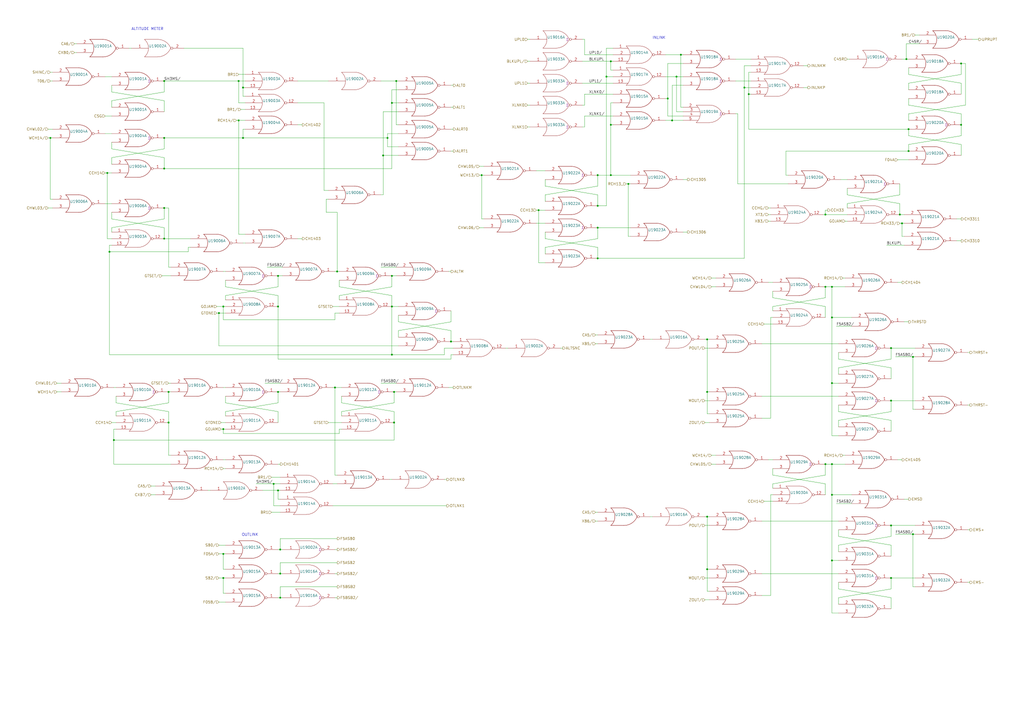
<source format=kicad_sch>
(kicad_sch (version 20211123) (generator eeschema)
  (paper "A2")
  (junction (at 227.33 205.74))
  (junction (at 162.56 332.74))
  (junction (at 392.43 44.45))
  (junction (at 521.97 124.46))
  (junction (at 527.05 74.93))
  (junction (at 482.6 184.15))
  (junction (at 516.89 335.28))
  (junction (at 516.89 232.41))
  (junction (at 478.79 166.37))
  (junction (at 279.4 101.6))
  (junction (at 62.23 100.33))
  (junction (at 161.29 284.48))
  (junction (at 354.33 72.39))
  (junction (at 129.54 177.8))
  (junction (at 478.79 124.46))
  (junction (at 354.33 101.6))
  (junction (at 227.33 177.8))
  (junction (at 140.97 80.01))
  (junction (at 95.25 120.65))
  (junction (at 478.79 269.24))
  (junction (at 138.43 46.99))
  (junction (at 431.8 50.8))
  (junction (at 228.6 227.33))
  (junction (at 66.04 255.27))
  (junction (at 129.54 321.31))
  (junction (at 523.24 129.54))
  (junction (at 224.79 80.01))
  (junction (at 161.29 177.8))
  (junction (at 346.71 101.6))
  (junction (at 161.29 160.02))
  (junction (at 227.33 160.02))
  (junction (at 516.89 201.93))
  (junction (at 557.53 36.83))
  (junction (at 516.89 304.8))
  (junction (at 410.21 227.33))
  (junction (at 354.33 35.56))
  (junction (at 97.79 245.11))
  (junction (at 228.6 245.11))
  (junction (at 97.79 227.33))
  (junction (at 161.29 227.33))
  (junction (at 194.31 224.79))
  (junction (at 529.59 207.01))
  (junction (at 410.21 330.2))
  (junction (at 95.25 80.01))
  (junction (at 129.54 248.92))
  (junction (at 222.25 90.17))
  (junction (at 351.79 44.45))
  (junction (at 482.6 269.24))
  (junction (at 346.71 149.86))
  (junction (at 158.75 280.67))
  (junction (at 140.97 50.8))
  (junction (at 261.62 198.12))
  (junction (at 346.71 119.38))
  (junction (at 95.25 97.79))
  (junction (at 312.42 121.92))
  (junction (at 364.49 106.68))
  (junction (at 529.59 309.88))
  (junction (at 557.53 72.39))
  (junction (at 129.54 335.28))
  (junction (at 394.97 31.75))
  (junction (at 95.25 46.99))
  (junction (at 389.89 69.85))
  (junction (at 229.87 46.99))
  (junction (at 29.21 80.01))
  (junction (at 434.34 54.61))
  (junction (at 162.56 318.77))
  (junction (at 482.6 325.12))
  (junction (at 138.43 69.85))
  (junction (at 525.78 34.29))
  (junction (at 127 181.61))
  (junction (at 162.56 346.71))
  (junction (at 63.5 146.05))
  (junction (at 195.58 157.48))
  (junction (at 95.25 138.43))
  (junction (at 482.6 166.37))
  (junction (at 346.71 132.08))
  (junction (at 227.33 59.69))
  (junction (at 482.6 287.02))
  (junction (at 410.21 196.85))
  (junction (at 482.6 222.25))
  (junction (at 410.21 299.72))
  (junction (at 527.05 87.63))
  (junction (at 387.35 57.15))
  (wire (pts (xy 261.62 208.28) (xy 161.29 208.28)))
  (wire (pts (xy 228.6 233.68) (xy 198.12 238.76)))
  (wire (pts (xy 387.35 57.15) (xy 387.35 67.31)))
  (wire (pts (xy 224.79 80.01) (xy 224.79 85.09)))
  (wire (pts (xy 441.96 229.87) (xy 486.41 229.87)))
  (wire (pts (xy 194.31 224.79) (xy 194.31 275.59)))
  (wire (pts (xy 415.29 166.37) (xy 412.75 166.37)))
  (wire (pts (xy 445.77 120.65) (xy 447.04 120.65)))
  (wire (pts (xy 138.43 69.85) (xy 142.24 69.85)))
  (wire (pts (xy 130.81 166.37) (xy 130.81 162.56)))
  (wire (pts (xy 339.09 60.96) (xy 339.09 54.61)))
  (wire (pts (xy 516.89 304.8) (xy 516.89 311.15)))
  (wire (pts (xy 161.29 227.33) (xy 161.29 233.68)))
  (wire (pts (xy 162.56 312.42) (xy 195.58 312.42)))
  (wire (pts (xy 516.89 335.28) (xy 516.89 341.63)))
  (wire (pts (xy 220.98 46.99) (xy 229.87 46.99)))
  (wire (pts (xy 434.34 41.91) (xy 434.34 54.61)))
  (wire (pts (xy 482.6 269.24) (xy 490.22 269.24)))
  (wire (pts (xy 448.31 168.91) (xy 448.31 172.72)))
  (wire (pts (xy 494.03 292.1) (xy 485.14 292.1)))
  (wire (pts (xy 529.59 207.01) (xy 530.86 207.01)))
  (wire (pts (xy 494.03 189.23) (xy 485.14 189.23)))
  (wire (pts (xy 346.71 149.86) (xy 431.8 149.86)))
  (wire (pts (xy 523.24 34.29) (xy 525.78 34.29)))
  (wire (pts (xy 220.98 154.94) (xy 229.87 154.94)))
  (wire (pts (xy 478.79 172.72) (xy 448.31 177.8)))
  (wire (pts (xy 261.62 198.12) (xy 261.62 191.77)))
  (wire (pts (xy 227.33 52.07) (xy 227.33 59.69)))
  (wire (pts (xy 261.62 205.74) (xy 261.62 208.28)))
  (wire (pts (xy 415.29 161.29) (xy 412.75 161.29)))
  (wire (pts (xy 386.08 57.15) (xy 387.35 57.15)))
  (wire (pts (xy 523.24 137.16) (xy 524.51 137.16)))
  (wire (pts (xy 161.29 160.02) (xy 161.29 166.37)))
  (wire (pts (xy 434.34 54.61) (xy 435.61 54.61)))
  (wire (pts (xy 339.09 67.31) (xy 355.6 67.31)))
  (wire (pts (xy 148.59 280.67) (xy 158.75 280.67)))
  (wire (pts (xy 64.77 91.44) (xy 64.77 95.25)))
  (wire (pts (xy 448.31 271.78) (xy 448.31 275.59)))
  (wire (pts (xy 110.49 143.51) (xy 109.22 143.51)))
  (wire (pts (xy 311.15 121.92) (xy 312.42 121.92)))
  (wire (pts (xy 161.29 166.37) (xy 130.81 171.45)))
  (wire (pts (xy 523.24 163.83) (xy 520.7 163.83)))
  (wire (pts (xy 128.27 245.11) (xy 130.81 245.11)))
  (wire (pts (xy 530.86 335.28) (xy 516.89 335.28)))
  (wire (pts (xy 346.71 297.18) (xy 345.44 297.18)))
  (wire (pts (xy 521.97 129.54) (xy 523.24 129.54)))
  (wire (pts (xy 527.05 66.04) (xy 560.07 60.96)))
  (wire (pts (xy 487.68 104.14) (xy 491.49 104.14)))
  (wire (pts (xy 482.6 269.24) (xy 482.6 287.02)))
  (wire (pts (xy 95.25 80.01) (xy 140.97 80.01)))
  (wire (pts (xy 490.22 161.29) (xy 488.95 161.29)))
  (wire (pts (xy 410.21 227.33) (xy 410.21 240.03)))
  (wire (pts (xy 486.41 208.28) (xy 516.89 213.36)))
  (wire (pts (xy 222.25 113.03) (xy 220.98 113.03)))
  (wire (pts (xy 228.6 245.11) (xy 228.6 255.27)))
  (wire (pts (xy 529.59 309.88) (xy 529.59 340.36)))
  (wire (pts (xy 482.6 355.6) (xy 486.41 355.6)))
  (wire (pts (xy 227.33 171.45) (xy 196.85 166.37)))
  (wire (pts (xy 516.89 304.8) (xy 530.86 304.8)))
  (wire (pts (xy 129.54 177.8) (xy 130.81 177.8)))
  (wire (pts (xy 129.54 266.7) (xy 130.81 266.7)))
  (wire (pts (xy 194.31 346.71) (xy 195.58 346.71)))
  (wire (pts (xy 128.27 248.92) (xy 129.54 248.92)))
  (wire (pts (xy 527.05 74.93) (xy 527.05 78.74)))
  (wire (pts (xy 410.21 342.9) (xy 411.48 342.9)))
  (wire (pts (xy 62.23 138.43) (xy 64.77 138.43)))
  (wire (pts (xy 97.79 120.65) (xy 97.79 154.94)))
  (wire (pts (xy 394.97 62.23) (xy 396.24 62.23)))
  (wire (pts (xy 410.21 227.33) (xy 411.48 227.33)))
  (wire (pts (xy 231.14 59.69) (xy 227.33 59.69)))
  (wire (pts (xy 162.56 340.36) (xy 195.58 340.36)))
  (wire (pts (xy 95.25 80.01) (xy 95.25 86.36)))
  (wire (pts (xy 261.62 180.34) (xy 261.62 186.69)))
  (wire (pts (xy 567.69 22.86) (xy 563.88 22.86)))
  (wire (pts (xy 190.5 110.49) (xy 187.96 110.49)))
  (wire (pts (xy 389.89 69.85) (xy 396.24 69.85)))
  (wire (pts (xy 519.43 309.88) (xy 529.59 309.88)))
  (wire (pts (xy 97.79 227.33) (xy 99.06 227.33)))
  (wire (pts (xy 63.5 142.24) (xy 64.77 142.24)))
  (wire (pts (xy 486.41 307.34) (xy 486.41 311.15)))
  (wire (pts (xy 491.49 109.22) (xy 491.49 113.03)))
  (wire (pts (xy 486.41 204.47) (xy 486.41 208.28)))
  (wire (pts (xy 228.6 238.76) (xy 198.12 233.68)))
  (wire (pts (xy 527.05 69.85) (xy 527.05 66.04)))
  (wire (pts (xy 278.13 132.08) (xy 280.67 132.08)))
  (wire (pts (xy 87.63 287.02) (xy 90.17 287.02)))
  (wire (pts (xy 161.29 289.56) (xy 162.56 289.56)))
  (wire (pts (xy 516.89 316.23) (xy 516.89 322.58)))
  (wire (pts (xy 196.85 251.46) (xy 196.85 248.92)))
  (wire (pts (xy 63.5 205.74) (xy 227.33 205.74)))
  (wire (pts (xy 187.96 59.69) (xy 172.72 59.69)))
  (wire (pts (xy 354.33 59.69) (xy 354.33 72.39)))
  (wire (pts (xy 386.08 69.85) (xy 389.89 69.85)))
  (wire (pts (xy 158.75 293.37) (xy 162.56 293.37)))
  (wire (pts (xy 64.77 127) (xy 64.77 123.19)))
  (wire (pts (xy 63.5 146.05) (xy 63.5 205.74)))
  (wire (pts (xy 410.21 240.03) (xy 411.48 240.03)))
  (wire (pts (xy 562.61 204.47) (xy 561.34 204.47)))
  (wire (pts (xy 490.22 128.27) (xy 491.49 128.27)))
  (wire (pts (xy 228.6 227.33) (xy 228.6 233.68)))
  (wire (pts (xy 138.43 43.18) (xy 142.24 43.18)))
  (wire (pts (xy 161.29 238.76) (xy 130.81 233.68)))
  (wire (pts (xy 157.48 297.18) (xy 162.56 297.18)))
  (wire (pts (xy 67.31 233.68) (xy 67.31 229.87)))
  (wire (pts (xy 33.02 222.25) (xy 35.56 222.25)))
  (wire (pts (xy 224.79 77.47) (xy 231.14 77.47)))
  (wire (pts (xy 346.71 132.08) (xy 365.76 132.08)))
  (wire (pts (xy 346.71 138.43) (xy 316.23 143.51)))
  (wire (pts (xy 346.71 132.08) (xy 346.71 138.43)))
  (wire (pts (xy 482.6 287.02) (xy 482.6 325.12)))
  (wire (pts (xy 222.25 90.17) (xy 231.14 90.17)))
  (wire (pts (xy 138.43 46.99) (xy 138.43 59.69)))
  (wire (pts (xy 396.24 134.62) (xy 398.78 134.62)))
  (wire (pts (xy 95.25 91.44) (xy 64.77 86.36)))
  (wire (pts (xy 389.89 49.53) (xy 389.89 69.85)))
  (wire (pts (xy 293.37 201.93) (xy 294.64 201.93)))
  (wire (pts (xy 262.89 205.74) (xy 261.62 205.74)))
  (wire (pts (xy 516.89 208.28) (xy 486.41 213.36)))
  (wire (pts (xy 354.33 35.56) (xy 354.33 40.64)))
  (wire (pts (xy 228.6 238.76) (xy 228.6 245.11)))
  (wire (pts (xy 396.24 104.14) (xy 398.78 104.14)))
  (wire (pts (xy 158.75 280.67) (xy 158.75 293.37)))
  (wire (pts (xy 138.43 69.85) (xy 138.43 135.89)))
  (wire (pts (xy 140.97 50.8) (xy 142.24 50.8)))
  (wire (pts (xy 441.96 242.57) (xy 447.04 242.57)))
  (wire (pts (xy 129.54 335.28) (xy 129.54 344.17)))
  (wire (pts (xy 194.31 157.48) (xy 195.58 157.48)))
  (wire (pts (xy 106.68 27.94) (xy 140.97 27.94)))
  (wire (pts (xy 529.59 340.36) (xy 530.86 340.36)))
  (wire (pts (xy 29.21 80.01) (xy 30.48 80.01)))
  (wire (pts (xy 387.35 36.83) (xy 396.24 36.83)))
  (wire (pts (xy 311.15 99.06) (xy 316.23 99.06)))
  (wire (pts (xy 129.54 248.92) (xy 130.81 248.92)))
  (wire (pts (xy 127 321.31) (xy 129.54 321.31)))
  (wire (pts (xy 410.21 330.2) (xy 411.48 330.2)))
  (wire (pts (xy 62.23 100.33) (xy 62.23 138.43)))
  (wire (pts (xy 339.09 67.31) (xy 339.09 73.66)))
  (wire (pts (xy 516.89 311.15) (xy 486.41 316.23)))
  (wire (pts (xy 477.52 124.46) (xy 478.79 124.46)))
  (wire (pts (xy 478.79 121.92) (xy 480.06 121.92)))
  (wire (pts (xy 408.94 304.8) (xy 411.48 304.8)))
  (wire (pts (xy 261.62 191.77) (xy 231.14 186.69)))
  (wire (pts (xy 137.16 69.85) (xy 138.43 69.85)))
  (wire (pts (xy 478.79 177.8) (xy 478.79 184.15)))
  (wire (pts (xy 491.49 118.11) (xy 491.49 120.65)))
  (wire (pts (xy 482.6 222.25) (xy 482.6 252.73)))
  (wire (pts (xy 346.71 113.03) (xy 346.71 119.38)))
  (wire (pts (xy 260.35 224.79) (xy 262.89 224.79)))
  (wire (pts (xy 486.41 341.63) (xy 516.89 346.71)))
  (wire (pts (xy 95.25 64.77) (xy 95.25 58.42)))
  (wire (pts (xy 346.71 143.51) (xy 346.71 149.86)))
  (wire (pts (xy 139.7 63.5) (xy 142.24 63.5)))
  (wire (pts (xy 140.97 55.88) (xy 142.24 55.88)))
  (wire (pts (xy 306.07 35.56) (xy 307.34 35.56)))
  (wire (pts (xy 227.33 166.37) (xy 196.85 171.45)))
  (wire (pts (xy 410.21 196.85) (xy 410.21 227.33)))
  (wire (pts (xy 306.07 48.26) (xy 307.34 48.26)))
  (wire (pts (xy 346.71 107.95) (xy 316.23 113.03)))
  (wire (pts (xy 516.89 238.76) (xy 486.41 243.84)))
  (wire (pts (xy 482.6 252.73) (xy 486.41 252.73)))
  (wire (pts (xy 162.56 318.77) (xy 162.56 312.42)))
  (wire (pts (xy 161.29 160.02) (xy 163.83 160.02)))
  (wire (pts (xy 447.04 242.57) (xy 447.04 184.15)))
  (wire (pts (xy 129.54 271.78) (xy 130.81 271.78)))
  (wire (pts (xy 227.33 177.8) (xy 231.14 177.8)))
  (wire (pts (xy 278.13 101.6) (xy 279.4 101.6)))
  (wire (pts (xy 527.05 186.69) (xy 524.51 186.69)))
  (wire (pts (xy 337.82 22.86) (xy 339.09 22.86)))
  (wire (pts (xy 441.96 302.26) (xy 486.41 302.26)))
  (wire (pts (xy 523.24 266.7) (xy 520.7 266.7)))
  (wire (pts (xy 529.59 309.88) (xy 530.86 309.88)))
  (wire (pts (xy 431.8 50.8) (xy 431.8 38.1)))
  (wire (pts (xy 43.18 30.48) (xy 44.45 30.48)))
  (wire (pts (xy 198.12 233.68) (xy 198.12 229.87)))
  (wire (pts (xy 196.85 248.92) (xy 198.12 248.92)))
  (wire (pts (xy 557.53 54.61) (xy 557.53 48.26)))
  (wire (pts (xy 316.23 134.62) (xy 316.23 138.43)))
  (wire (pts (xy 354.33 72.39) (xy 355.6 72.39)))
  (wire (pts (xy 445.77 124.46) (xy 447.04 124.46)))
  (wire (pts (xy 364.49 106.68) (xy 364.49 137.16)))
  (wire (pts (xy 445.77 163.83) (xy 448.31 163.83)))
  (wire (pts (xy 306.07 22.86) (xy 307.34 22.86)))
  (wire (pts (xy 482.6 166.37) (xy 482.6 184.15)))
  (wire (pts (xy 129.54 224.79) (xy 130.81 224.79)))
  (wire (pts (xy 557.53 66.04) (xy 527.05 60.96)))
  (wire (pts (xy 67.31 238.76) (xy 67.31 241.3)))
  (wire (pts (xy 129.54 321.31) (xy 129.54 330.2)))
  (wire (pts (xy 194.31 224.79) (xy 198.12 224.79)))
  (wire (pts (xy 431.8 38.1) (xy 435.61 38.1)))
  (wire (pts (xy 527.05 87.63) (xy 455.93 87.63)))
  (wire (pts (xy 60.96 100.33) (xy 62.23 100.33)))
  (wire (pts (xy 527.05 60.96) (xy 527.05 57.15)))
  (wire (pts (xy 521.97 106.68) (xy 521.97 113.03)))
  (wire (pts (xy 408.94 232.41) (xy 411.48 232.41)))
  (wire (pts (xy 486.41 311.15) (xy 516.89 316.23)))
  (wire (pts (xy 162.56 346.71) (xy 162.56 340.36)))
  (wire (pts (xy 339.09 22.86) (xy 339.09 31.75)))
  (wire (pts (xy 529.59 237.49) (xy 530.86 237.49)))
  (wire (pts (xy 227.33 177.8) (xy 227.33 205.74)))
  (wire (pts (xy 279.4 127) (xy 280.67 127)))
  (wire (pts (xy 138.43 59.69) (xy 142.24 59.69)))
  (wire (pts (xy 447.04 287.02) (xy 448.31 287.02)))
  (wire (pts (xy 175.26 72.39) (xy 172.72 72.39)))
  (wire (pts (xy 262.89 62.23) (xy 261.62 62.23)))
  (wire (pts (xy 95.25 132.08) (xy 64.77 127)))
  (wire (pts (xy 157.48 276.86) (xy 162.56 276.86)))
  (wire (pts (xy 311.15 129.54) (xy 316.23 129.54)))
  (wire (pts (xy 87.63 281.94) (xy 90.17 281.94)))
  (wire (pts (xy 486.41 346.71) (xy 486.41 350.52)))
  (wire (pts (xy 410.21 196.85) (xy 411.48 196.85)))
  (wire (pts (xy 140.97 27.94) (xy 140.97 50.8)))
  (wire (pts (xy 95.25 58.42) (xy 64.77 53.34)))
  (wire (pts (xy 64.77 132.08) (xy 64.77 134.62)))
  (wire (pts (xy 29.21 80.01) (xy 29.21 115.57)))
  (wire (pts (xy 326.39 201.93) (xy 325.12 201.93)))
  (wire (pts (xy 434.34 74.93) (xy 527.05 74.93)))
  (wire (pts (xy 527.05 83.82) (xy 527.05 87.63)))
  (wire (pts (xy 63.5 142.24) (xy 63.5 146.05)))
  (wire (pts (xy 521.97 118.11) (xy 521.97 124.46)))
  (wire (pts (xy 494.03 184.15) (xy 482.6 184.15)))
  (wire (pts (xy 193.04 224.79) (xy 194.31 224.79)))
  (wire (pts (xy 482.6 222.25) (xy 486.41 222.25)))
  (wire (pts (xy 222.25 64.77) (xy 222.25 90.17)))
  (wire (pts (xy 312.42 152.4) (xy 316.23 152.4)))
  (wire (pts (xy 346.71 119.38) (xy 351.79 119.38)))
  (wire (pts (xy 490.22 264.16) (xy 488.95 264.16)))
  (wire (pts (xy 60.96 67.31) (xy 64.77 67.31)))
  (wire (pts (xy 29.21 46.99) (xy 30.48 46.99)))
  (wire (pts (xy 130.81 233.68) (xy 130.81 229.87)))
  (wire (pts (xy 491.49 113.03) (xy 521.97 118.11)))
  (wire (pts (xy 530.86 20.32) (xy 533.4 20.32)))
  (wire (pts (xy 455.93 101.6) (xy 457.2 101.6)))
  (wire (pts (xy 557.53 66.04) (xy 557.53 72.39)))
  (wire (pts (xy 387.35 36.83) (xy 387.35 57.15)))
  (wire (pts (xy 224.79 77.47) (xy 224.79 80.01)))
  (wire (pts (xy 363.22 106.68) (xy 364.49 106.68)))
  (wire (pts (xy 445.77 128.27) (xy 447.04 128.27)))
  (wire (pts (xy 195.58 123.19) (xy 189.23 123.19)))
  (wire (pts (xy 161.29 227.33) (xy 162.56 227.33)))
  (wire (pts (xy 228.6 255.27) (xy 66.04 255.27)))
  (wire (pts (xy 261.62 157.48) (xy 260.35 157.48)))
  (wire (pts (xy 262.89 74.93) (xy 261.62 74.93)))
  (wire (pts (xy 448.31 187.96) (xy 443.23 187.96)))
  (wire (pts (xy 441.96 345.44) (xy 447.04 345.44)))
  (wire (pts (xy 441.96 199.39) (xy 486.41 199.39)))
  (wire (pts (xy 408.94 299.72) (xy 410.21 299.72)))
  (wire (pts (xy 129.54 251.46) (xy 196.85 251.46)))
  (wire (pts (xy 516.89 201.93) (xy 530.86 201.93)))
  (wire (pts (xy 161.29 332.74) (xy 162.56 332.74)))
  (wire (pts (xy 521.97 113.03) (xy 491.49 118.11)))
  (wire (pts (xy 377.19 299.72) (xy 378.46 299.72)))
  (wire (pts (xy 175.26 138.43) (xy 172.72 138.43)))
  (wire (pts (xy 194.31 181.61) (xy 196.85 181.61)))
  (wire (pts (xy 346.71 302.26) (xy 345.44 302.26)))
  (wire (pts (xy 447.04 184.15) (xy 448.31 184.15)))
  (wire (pts (xy 392.43 44.45) (xy 396.24 44.45)))
  (wire (pts (xy 448.31 290.83) (xy 443.23 290.83)))
  (wire (pts (xy 562.61 234.95) (xy 561.34 234.95)))
  (wire (pts (xy 396.24 49.53) (xy 389.89 49.53)))
  (wire (pts (xy 364.49 106.68) (xy 365.76 106.68)))
  (wire (pts (xy 224.79 85.09) (xy 231.14 85.09)))
  (wire (pts (xy 521.97 124.46) (xy 524.51 124.46)))
  (wire (pts (xy 516.89 213.36) (xy 516.89 219.71)))
  (wire (pts (xy 129.54 157.48) (xy 130.81 157.48)))
  (wire (pts (xy 190.5 245.11) (xy 198.12 245.11)))
  (wire (pts (xy 162.56 326.39) (xy 195.58 326.39)))
  (wire (pts (xy 408.94 196.85) (xy 410.21 196.85)))
  (wire (pts (xy 516.89 232.41) (xy 516.89 238.76)))
  (wire (pts (xy 227.33 205.74) (xy 257.81 205.74)))
  (wire (pts (xy 129.54 344.17) (xy 130.81 344.17)))
  (wire (pts (xy 162.56 346.71) (xy 163.83 346.71)))
  (wire (pts (xy 95.25 46.99) (xy 95.25 53.34)))
  (wire (pts (xy 394.97 31.75) (xy 394.97 62.23)))
  (wire (pts (xy 138.43 46.99) (xy 142.24 46.99)))
  (wire (pts (xy 161.29 233.68) (xy 130.81 238.76)))
  (wire (pts (xy 27.94 74.93) (xy 30.48 74.93)))
  (wire (pts (xy 262.89 87.63) (xy 261.62 87.63)))
  (wire (pts (xy 129.54 177.8) (xy 129.54 185.42)))
  (wire (pts (xy 97.79 238.76) (xy 97.79 245.11)))
  (wire (pts (xy 129.54 330.2) (xy 130.81 330.2)))
  (wire (pts (xy 557.53 36.83) (xy 557.53 43.18)))
  (wire (pts (xy 312.42 121.92) (xy 312.42 152.4)))
  (wire (pts (xy 95.25 120.65) (xy 97.79 120.65)))
  (wire (pts (xy 152.4 284.48) (xy 161.29 284.48)))
  (wire (pts (xy 426.72 66.04) (xy 427.99 66.04)))
  (wire (pts (xy 227.33 59.69) (xy 227.33 97.79)))
  (wire (pts (xy 129.54 185.42) (xy 194.31 185.42)))
  (wire (pts (xy 172.72 46.99) (xy 190.5 46.99)))
  (wire (pts (xy 306.07 73.66) (xy 307.34 73.66)))
  (wire (pts (xy 346.71 199.39) (xy 345.44 199.39)))
  (wire (pts (xy 478.79 124.46) (xy 478.79 121.92)))
  (wire (pts (xy 187.96 110.49) (xy 187.96 59.69)))
  (wire (pts (xy 95.25 120.65) (xy 95.25 127)))
  (wire (pts (xy 97.79 245.11) (xy 97.79 264.16)))
  (wire (pts (xy 415.29 269.24) (xy 412.75 269.24)))
  (wire (pts (xy 392.43 64.77) (xy 396.24 64.77)))
  (wire (pts (xy 227.33 171.45) (xy 227.33 177.8)))
  (wire (pts (xy 231.14 186.69) (xy 231.14 182.88)))
  (wire (pts (xy 140.97 80.01) (xy 224.79 80.01)))
  (wire (pts (xy 95.25 138.43) (xy 110.49 138.43)))
  (wire (pts (xy 448.31 275.59) (xy 478.79 280.67)))
  (wire (pts (xy 392.43 44.45) (xy 392.43 64.77)))
  (wire (pts (xy 387.35 67.31) (xy 396.24 67.31)))
  (wire (pts (xy 312.42 121.92) (xy 316.23 121.92)))
  (wire (pts (xy 153.67 222.25) (xy 162.56 222.25)))
  (wire (pts (xy 161.29 171.45) (xy 130.81 166.37)))
  (wire (pts (xy 60.96 77.47) (xy 64.77 77.47)))
  (wire (pts (xy 142.24 74.93) (xy 140.97 74.93)))
  (wire (pts (xy 486.41 243.84) (xy 486.41 247.65)))
  (wire (pts (xy 279.4 101.6) (xy 280.67 101.6)))
  (wire (pts (xy 557.53 78.74) (xy 527.05 83.82)))
  (wire (pts (xy 562.61 337.82) (xy 561.34 337.82)))
  (wire (pts (xy 306.07 60.96) (xy 307.34 60.96)))
  (wire (pts (xy 129.54 248.92) (xy 129.54 251.46)))
  (wire (pts (xy 162.56 332.74) (xy 162.56 326.39)))
  (wire (pts (xy 527.05 48.26) (xy 527.05 52.07)))
  (wire (pts (xy 525.78 34.29) (xy 525.78 25.4)))
  (wire (pts (xy 27.94 80.01) (xy 29.21 80.01)))
  (wire (pts (xy 557.53 48.26) (xy 527.05 43.18)))
  (wire (pts (xy 519.43 207.01) (xy 529.59 207.01)))
  (wire (pts (xy 220.98 222.25) (xy 229.87 222.25)))
  (wire (pts (xy 33.02 227.33) (xy 35.56 227.33)))
  (wire (pts (xy 355.6 27.94) (xy 351.79 27.94)))
  (wire (pts (xy 316.23 104.14) (xy 316.23 107.95)))
  (wire (pts (xy 431.8 149.86) (xy 431.8 50.8)))
  (wire (pts (xy 97.79 227.33) (xy 97.79 233.68)))
  (wire (pts (xy 228.6 227.33) (xy 229.87 227.33)))
  (wire (pts (xy 482.6 184.15) (xy 482.6 222.25)))
  (wire (pts (xy 127 316.23) (xy 130.81 316.23)))
  (wire (pts (xy 346.71 194.31) (xy 345.44 194.31)))
  (wire (pts (xy 129.54 335.28) (xy 130.81 335.28)))
  (wire (pts (xy 66.04 224.79) (xy 67.31 224.79)))
  (wire (pts (xy 231.14 191.77) (xy 231.14 195.58)))
  (wire (pts (xy 161.29 171.45) (xy 161.29 177.8)))
  (wire (pts (xy 127 200.66) (xy 231.14 200.66)))
  (wire (pts (xy 161.29 318.77) (xy 162.56 318.77)))
  (wire (pts (xy 525.78 25.4) (xy 533.4 25.4)))
  (wire (pts (xy 482.6 325.12) (xy 486.41 325.12)))
  (wire (pts (xy 337.82 35.56) (xy 354.33 35.56)))
  (wire (pts (xy 377.19 196.85) (xy 378.46 196.85)))
  (wire (pts (xy 66.04 248.92) (xy 67.31 248.92)))
  (wire (pts (xy 60.96 118.11) (xy 64.77 118.11)))
  (wire (pts (xy 386.08 31.75) (xy 394.97 31.75)))
  (wire (pts (xy 530.86 232.41) (xy 516.89 232.41)))
  (wire (pts (xy 339.09 31.75) (xy 355.6 31.75)))
  (wire (pts (xy 434.34 41.91) (xy 435.61 41.91)))
  (wire (pts (xy 226.06 278.13) (xy 227.33 278.13)))
  (wire (pts (xy 194.31 332.74) (xy 195.58 332.74)))
  (wire (pts (xy 161.29 238.76) (xy 161.29 245.11)))
  (wire (pts (xy 95.25 127) (xy 64.77 132.08)))
  (wire (pts (xy 482.6 325.12) (xy 482.6 355.6)))
  (wire (pts (xy 527.05 43.18) (xy 527.05 39.37)))
  (wire (pts (xy 97.79 233.68) (xy 67.31 238.76)))
  (wire (pts (xy 109.22 143.51) (xy 109.22 146.05)))
  (wire (pts (xy 527.05 78.74) (xy 557.53 83.82)))
  (wire (pts (xy 486.41 213.36) (xy 486.41 217.17)))
  (wire (pts (xy 408.94 347.98) (xy 411.48 347.98)))
  (wire (pts (xy 62.23 100.33) (xy 64.77 100.33)))
  (wire (pts (xy 189.23 123.19) (xy 189.23 115.57)))
  (wire (pts (xy 445.77 266.7) (xy 448.31 266.7)))
  (wire (pts (xy 196.85 171.45) (xy 196.85 173.99)))
  (wire (pts (xy 29.21 41.91) (xy 30.48 41.91)))
  (wire (pts (xy 97.79 238.76) (xy 67.31 233.68)))
  (wire (pts (xy 447.04 345.44) (xy 447.04 287.02)))
  (wire (pts (xy 337.82 48.26) (xy 355.6 48.26)))
  (wire (pts (xy 410.21 330.2) (xy 410.21 342.9)))
  (wire (pts (xy 127 181.61) (xy 127 200.66)))
  (wire (pts (xy 478.79 269.24) (xy 482.6 269.24)))
  (wire (pts (xy 486.41 337.82) (xy 486.41 341.63)))
  (wire (pts (xy 130.81 238.76) (xy 130.81 241.3)))
  (wire (pts (xy 162.56 318.77) (xy 163.83 318.77)))
  (wire (pts (xy 194.31 185.42) (xy 194.31 181.61)))
  (wire (pts (xy 486.41 238.76) (xy 516.89 243.84)))
  (wire (pts (xy 66.04 255.27) (xy 66.04 269.24)))
  (wire (pts (xy 516.89 346.71) (xy 516.89 353.06)))
  (wire (pts (xy 516.89 243.84) (xy 516.89 250.19)))
  (wire (pts (xy 478.79 166.37) (xy 478.79 172.72)))
  (wire (pts (xy 227.33 97.79) (xy 95.25 97.79)))
  (wire (pts (xy 355.6 44.45) (xy 351.79 44.45)))
  (wire (pts (xy 478.79 275.59) (xy 448.31 280.67)))
  (wire (pts (xy 557.53 72.39) (xy 557.53 78.74)))
  (wire (pts (xy 125.73 177.8) (xy 129.54 177.8)))
  (wire (pts (xy 316.23 138.43) (xy 346.71 143.51)))
  (wire (pts (xy 455.93 87.63) (xy 455.93 101.6)))
  (wire (pts (xy 408.94 335.28) (xy 411.48 335.28)))
  (wire (pts (xy 435.61 50.8) (xy 431.8 50.8)))
  (wire (pts (xy 478.79 166.37) (xy 482.6 166.37)))
  (wire (pts (xy 140.97 140.97) (xy 142.24 140.97)))
  (wire (pts (xy 351.79 44.45) (xy 351.79 119.38)))
  (wire (pts (xy 410.21 299.72) (xy 410.21 330.2)))
  (wire (pts (xy 161.29 177.8) (xy 161.29 208.28)))
  (wire (pts (xy 364.49 137.16) (xy 365.76 137.16)))
  (wire (pts (xy 227.33 160.02) (xy 227.33 166.37)))
  (wire (pts (xy 441.96 332.74) (xy 486.41 332.74)))
  (wire (pts (xy 482.6 166.37) (xy 490.22 166.37)))
  (wire (pts (xy 354.33 72.39) (xy 354.33 101.6)))
  (wire (pts (xy 494.03 287.02) (xy 482.6 287.02)))
  (wire (pts (xy 95.25 138.43) (xy 95.25 132.08)))
  (wire (pts (xy 448.31 280.67) (xy 448.31 283.21)))
  (wire (pts (xy 346.71 101.6) (xy 346.71 107.95)))
  (wire (pts (xy 466.09 38.1) (xy 468.63 38.1)))
  (wire (pts (xy 162.56 332.74) (xy 163.83 332.74)))
  (wire (pts (xy 426.72 34.29) (xy 435.61 34.29)))
  (wire (pts (xy 560.07 60.96) (xy 560.07 36.83)))
  (wire (pts (xy 415.29 264.16) (xy 412.75 264.16)))
  (wire (pts (xy 259.08 293.37) (xy 193.04 293.37)))
  (wire (pts (xy 140.97 50.8) (xy 140.97 55.88)))
  (wire (pts (xy 261.62 198.12) (xy 262.89 198.12)))
  (wire (pts (xy 198.12 238.76) (xy 198.12 241.3)))
  (wire (pts (xy 127 349.25) (xy 130.81 349.25)))
  (wire (pts (xy 109.22 146.05) (xy 63.5 146.05)))
  (wire (pts (xy 161.29 284.48) (xy 162.56 284.48)))
  (wire (pts (xy 516.89 201.93) (xy 516.89 208.28)))
  (wire (pts (xy 127 181.61) (xy 130.81 181.61)))
  (wire (pts (xy 560.07 36.83) (xy 557.53 36.83)))
  (wire (pts (xy 354.33 101.6) (xy 365.76 101.6)))
  (wire (pts (xy 229.87 72.39) (xy 231.14 72.39)))
  (wire (pts (xy 95.25 86.36) (xy 64.77 91.44)))
  (wire (pts (xy 161.29 269.24) (xy 162.56 269.24)))
  (wire (pts (xy 486.41 316.23) (xy 486.41 320.04)))
  (wire (pts (xy 64.77 86.36) (xy 64.77 82.55)))
  (wire (pts (xy 195.58 157.48) (xy 195.58 123.19)))
  (wire (pts (xy 339.09 73.66) (xy 337.82 73.66)))
  (wire (pts (xy 229.87 46.99) (xy 229.87 72.39)))
  (wire (pts (xy 194.31 275.59) (xy 195.58 275.59)))
  (wire (pts (xy 163.83 154.94) (xy 154.94 154.94)))
  (wire (pts (xy 189.23 115.57) (xy 190.5 115.57)))
  (wire (pts (xy 64.77 58.42) (xy 64.77 62.23)))
  (wire (pts (xy 231.14 64.77) (xy 222.25 64.77)))
  (wire (pts (xy 486.41 234.95) (xy 486.41 238.76)))
  (wire (pts (xy 196.85 166.37) (xy 196.85 162.56)))
  (wire (pts (xy 478.79 269.24) (xy 478.79 275.59)))
  (wire (pts (xy 557.53 127) (xy 554.99 127)))
  (wire (pts (xy 161.29 284.48) (xy 161.29 289.56)))
  (wire (pts (xy 523.24 129.54) (xy 523.24 137.16)))
  (wire (pts (xy 262.89 49.53) (xy 261.62 49.53)))
  (wire (pts (xy 29.21 115.57) (xy 30.48 115.57)))
  (wire (pts (xy 257.81 205.74) (xy 257.81 201.93)))
  (wire (pts (xy 140.97 74.93) (xy 140.97 80.01)))
  (wire (pts (xy 346.71 101.6) (xy 354.33 101.6)))
  (wire (pts (xy 316.23 143.51) (xy 316.23 147.32)))
  (wire (pts (xy 478.79 124.46) (xy 491.49 124.46)))
  (wire (pts (xy 279.4 101.6) (xy 279.4 127)))
  (wire (pts (xy 386.08 44.45) (xy 392.43 44.45)))
  (wire (pts (xy 97.79 264.16) (xy 99.06 264.16)))
  (wire (pts (xy 125.73 181.61) (xy 127 181.61)))
  (wire (pts (xy 97.79 154.94) (xy 99.06 154.94)))
  (wire (pts (xy 60.96 44.45) (xy 64.77 44.45)))
  (wire (pts (xy 466.09 50.8) (xy 468.63 50.8)))
  (wire (pts (xy 130.81 171.45) (xy 130.81 173.99)))
  (wire (pts (xy 394.97 31.75) (xy 396.24 31.75)))
  (wire (pts (xy 339.09 60.96) (xy 337.82 60.96)))
  (wire (pts (xy 129.54 321.31) (xy 130.81 321.31)))
  (wire (pts (xy 161.29 346.71) (xy 162.56 346.71)))
  (wire (pts (xy 27.94 120.65) (xy 30.48 120.65)))
  (wire (pts (xy 127 335.28) (xy 129.54 335.28)))
  (wire (pts (xy 527.05 289.56) (xy 524.51 289.56)))
  (wire (pts (xy 562.61 307.34) (xy 561.34 307.34)))
  (wire (pts (xy 525.78 34.29) (xy 527.05 34.29)))
  (wire (pts (xy 227.33 160.02) (xy 229.87 160.02)))
  (wire (pts (xy 408.94 201.93) (xy 411.48 201.93)))
  (wire (pts (xy 557.53 43.18) (xy 527.05 48.26)))
  (wire (pts (xy 193.04 280.67) (xy 195.58 280.67)))
  (wire (pts (xy 355.6 59.69) (xy 354.33 59.69)))
  (wire (pts (xy 196.85 177.8) (xy 193.04 177.8)))
  (wire (pts (xy 257.81 201.93) (xy 262.89 201.93)))
  (wire (pts (xy 426.72 46.99) (xy 435.61 46.99)))
  (wire (pts (xy 427.99 106.68) (xy 457.2 106.68)))
  (wire (pts (xy 64.77 245.11) (xy 67.31 245.11)))
  (wire (pts (xy 261.62 186.69) (xy 231.14 191.77)))
  (wire (pts (xy 354.33 35.56) (xy 355.6 35.56)))
  (wire (pts (xy 354.33 40.64) (xy 355.6 40.64)))
  (wire (pts (xy 514.35 142.24) (xy 524.51 142.24)))
  (wire (pts (xy 195.58 157.48) (xy 196.85 157.48)))
  (wire (pts (xy 66.04 248.92) (xy 66.04 255.27)))
  (wire (pts (xy 229.87 46.99) (xy 231.14 46.99)))
  (wire (pts (xy 410.21 299.72) (xy 411.48 299.72)))
  (wire (pts (xy 158.75 280.67) (xy 162.56 280.67)))
  (wire (pts (xy 557.53 139.7) (xy 554.99 139.7)))
  (wire (pts (xy 448.31 177.8) (xy 448.31 180.34)))
  (wire (pts (xy 427.99 66.04) (xy 427.99 106.68)))
  (wire (pts (xy 516.89 341.63) (xy 486.41 346.71)))
  (wire (pts (xy 557.53 83.82) (xy 557.53 90.17)))
  (wire (pts (xy 227.33 52.07) (xy 231.14 52.07)))
  (wire (pts (xy 95.25 46.99) (xy 138.43 46.99)))
  (wire (pts (xy 408.94 245.11) (xy 411.48 245.11)))
  (wire (pts (xy 64.77 53.34) (xy 64.77 49.53)))
  (wire (pts (xy 316.23 113.03) (xy 316.23 116.84)))
  (wire (pts (xy 74.93 27.94) (xy 76.2 27.94)))
  (wire (pts (xy 491.49 34.29) (xy 492.76 34.29)))
  (wire (pts (xy 520.7 92.71) (xy 527.05 92.71)))
  (wire (pts (xy 97.79 222.25) (xy 99.06 222.25)))
  (wire (pts (xy 138.43 135.89) (xy 142.24 135.89)))
  (wire (pts (xy 259.08 278.13) (xy 257.81 278.13)))
  (wire (pts (xy 120.65 284.48) (xy 121.92 284.48)))
  (wire (pts (xy 95.25 53.34) (xy 64.77 58.42)))
  (wire (pts (xy 478.79 280.67) (xy 478.79 287.02)))
  (wire (pts (xy 448.31 172.72) (xy 478.79 177.8)))
  (wire (pts (xy 434.34 54.61) (xy 434.34 74.93)))
  (wire (pts (xy 523.24 129.54) (xy 524.51 129.54)))
  (wire (pts (xy 316.23 107.95) (xy 346.71 113.03)))
  (wire (pts (xy 194.31 318.77) (xy 195.58 318.77)))
  (wire (pts (xy 529.59 207.01) (xy 529.59 237.49)))
  (wire (pts (xy 278.13 96.52) (xy 280.67 96.52)))
  (wire (pts (xy 351.79 27.94) (xy 351.79 44.45)))
  (wire (pts (xy 66.04 269.24) (xy 99.06 269.24)))
  (wire (pts (xy 99.06 160.02) (xy 93.98 160.02)))
  (wire (pts (xy 339.09 54.61) (xy 355.6 54.61)))
  (wire (pts (xy 222.25 90.17) (xy 222.25 113.03)))
  (wire (pts (xy 95.25 97.79) (xy 95.25 91.44)))
  (wire (pts (xy 43.18 25.4) (xy 44.45 25.4)))
  (text "INLINK" (at 386.08 22.86 180) (effects (font (size 1.524 1.524)) (justify right bottom)))
  (text "OUTLINK" (at 149.86 311.15 180) (effects (font (size 1.524 1.524)) (justify right bottom)))
  (text "ALTITUDE METER" (at 76.2 17.78 0) (effects (font (size 1.524 1.524)) (justify left bottom)))
  (label "XLNK0/" (at 341.63 54.61 0) (effects (font (size 1.524 1.524))))
  (label "XLNK1/" (at 341.63 67.31 0) (effects (font (size 1.524 1.524))))
  (label "C45R/" (at 527.05 25.4 0) (effects (font (size 1.524 1.524))))
  (label "F5ASB0/" (at 519.43 207.01 0) (effects (font (size 1.524 1.524))))
  (label "F5ASB0/" (at 519.43 309.88 0) (effects (font (size 1.524 1.524))))
  (label "F5ASB0/" (at 220.98 222.25 0) (effects (font (size 1.524 1.524))))
  (label "F5ASB2/" (at 153.67 222.25 0) (effects (font (size 1.524 1.524))))
  (label "BLKUPL" (at 514.35 142.24 0) (effects (font (size 1.524 1.524))))
  (label "UPL0/" (at 341.63 31.75 0) (effects (font (size 1.524 1.524))))
  (label "F5ASB0/" (at 220.98 154.94 0) (effects (font (size 1.524 1.524))))
  (label "SH3MS/" (at 95.25 46.99 0) (effects (font (size 1.524 1.524))))
  (label "UPL1/" (at 341.63 48.26 0) (effects (font (size 1.524 1.524))))
  (label "F5ASB2/" (at 154.94 154.94 0) (effects (font (size 1.524 1.524))))
  (label "F5ASB2/" (at 485.14 189.23 0) (effects (font (size 1.524 1.524))))
  (label "BLKUPL" (at 341.63 35.56 0) (effects (font (size 1.524 1.524))))
  (label "F5ASB2/" (at 485.14 292.1 0) (effects (font (size 1.524 1.524))))
  (label "SH3MS/" (at 148.59 280.67 0) (effects (font (size 1.524 1.524))))
  (hierarchical_label "OTLNK1" (shape output) (at 259.08 293.37 0) (effects (font (size 1.524 1.524))))
  (hierarchical_label "F5ASB0/" (shape output) (at 195.58 318.77 0) (effects (font (size 1.524 1.524))))
  (hierarchical_label "CHWL02/" (shape input) (at 27.94 74.93 180) (effects (font (size 1.524 1.524))))
  (hierarchical_label "CHWL06/" (shape input) (at 278.13 132.08 180) (effects (font (size 1.524 1.524))))
  (hierarchical_label "MOUT/" (shape input) (at 408.94 232.41 180) (effects (font (size 1.524 1.524))))
  (hierarchical_label "WCH14/" (shape input) (at 412.75 161.29 180) (effects (font (size 1.524 1.524))))
  (hierarchical_label "CA5/" (shape input) (at 87.63 281.94 180) (effects (font (size 1.524 1.524))))
  (hierarchical_label "ALRT1" (shape output) (at 262.89 87.63 0) (effects (font (size 1.524 1.524))))
  (hierarchical_label "RCH14/" (shape input) (at 488.95 264.16 180) (effects (font (size 1.524 1.524))))
  (hierarchical_label "ALTSNC" (shape output) (at 326.39 201.93 0) (effects (font (size 1.524 1.524))))
  (hierarchical_label "XLNK1" (shape input) (at 306.07 73.66 180) (effects (font (size 1.524 1.524))))
  (hierarchical_label "CXB7/" (shape input) (at 87.63 287.02 180) (effects (font (size 1.524 1.524))))
  (hierarchical_label "F5BSB2/" (shape output) (at 195.58 346.71 0) (effects (font (size 1.524 1.524))))
  (hierarchical_label "CXB0/" (shape input) (at 43.18 30.48 180) (effects (font (size 1.524 1.524))))
  (hierarchical_label "XT3/" (shape input) (at 445.77 124.46 180) (effects (font (size 1.524 1.524))))
  (hierarchical_label "F5ASB2/" (shape output) (at 195.58 332.74 0) (effects (font (size 1.524 1.524))))
  (hierarchical_label "CCH14" (shape input) (at 443.23 187.96 180) (effects (font (size 1.524 1.524))))
  (hierarchical_label "CHWL05/" (shape input) (at 278.13 96.52 180) (effects (font (size 1.524 1.524))))
  (hierarchical_label "RCH33/" (shape input) (at 521.97 129.54 180) (effects (font (size 1.524 1.524))))
  (hierarchical_label "ALRT0" (shape output) (at 262.89 74.93 0) (effects (font (size 1.524 1.524))))
  (hierarchical_label "CCH14" (shape input) (at 443.23 290.83 180) (effects (font (size 1.524 1.524))))
  (hierarchical_label "CHWL04/" (shape input) (at 412.75 166.37 180) (effects (font (size 1.524 1.524))))
  (hierarchical_label "CHWL05/" (shape input) (at 412.75 269.24 180) (effects (font (size 1.524 1.524))))
  (hierarchical_label "GOJAM" (shape input) (at 128.27 248.92 180) (effects (font (size 1.524 1.524))))
  (hierarchical_label "CCH33" (shape output) (at 480.06 121.92 0) (effects (font (size 1.524 1.524))))
  (hierarchical_label "UPRUPT" (shape output) (at 567.69 22.86 0) (effects (font (size 1.524 1.524))))
  (hierarchical_label "CH1403" (shape output) (at 175.26 138.43 0) (effects (font (size 1.524 1.524))))
  (hierarchical_label "BLKUPL/" (shape input) (at 306.07 35.56 180) (effects (font (size 1.524 1.524))))
  (hierarchical_label "POUT/" (shape input) (at 408.94 304.8 180) (effects (font (size 1.524 1.524))))
  (hierarchical_label "CHWL01/" (shape input) (at 33.02 222.25 180) (effects (font (size 1.524 1.524))))
  (hierarchical_label "F5BSB2" (shape output) (at 195.58 340.36 0) (effects (font (size 1.524 1.524))))
  (hierarchical_label "WCH14/" (shape input) (at 412.75 264.16 180) (effects (font (size 1.524 1.524))))
  (hierarchical_label "WCH14/" (shape input) (at 33.02 227.33 180) (effects (font (size 1.524 1.524))))
  (hierarchical_label "CA5/" (shape input) (at 345.44 297.18 180) (effects (font (size 1.524 1.524))))
  (hierarchical_label "CCH14" (shape input) (at 60.96 100.33 180) (effects (font (size 1.524 1.524))))
  (hierarchical_label "GTSET/" (shape input) (at 97.79 222.25 180) (effects (font (size 1.524 1.524))))
  (hierarchical_label "F5ASB2" (shape output) (at 195.58 326.39 0) (effects (font (size 1.524 1.524))))
  (hierarchical_label "CH3310" (shape output) (at 557.53 139.7 0) (effects (font (size 1.524 1.524))))
  (hierarchical_label "F05A/" (shape input) (at 127 321.31 180) (effects (font (size 1.524 1.524))))
  (hierarchical_label "CH3311" (shape output) (at 557.53 127 0) (effects (font (size 1.524 1.524))))
  (hierarchical_label "INLNKP" (shape output) (at 468.63 50.8 0) (effects (font (size 1.524 1.524))))
  (hierarchical_label "RCH13_" (shape input) (at 363.22 106.68 180) (effects (font (size 1.524 1.524))))
  (hierarchical_label "CA5/" (shape input) (at 345.44 194.31 180) (effects (font (size 1.524 1.524))))
  (hierarchical_label "SHINC/" (shape input) (at 29.21 41.91 180) (effects (font (size 1.524 1.524))))
  (hierarchical_label "POUT/" (shape input) (at 408.94 201.93 180) (effects (font (size 1.524 1.524))))
  (hierarchical_label "XB5/" (shape input) (at 345.44 199.39 180) (effects (font (size 1.524 1.524))))
  (hierarchical_label "T06/" (shape input) (at 29.21 46.99 180) (effects (font (size 1.524 1.524))))
  (hierarchical_label "F04A" (shape input) (at 520.7 92.71 180) (effects (font (size 1.524 1.524))))
  (hierarchical_label "XLNK0" (shape input) (at 306.07 60.96 180) (effects (font (size 1.524 1.524))))
  (hierarchical_label "GTONE" (shape input) (at 128.27 245.11 180) (effects (font (size 1.524 1.524))))
  (hierarchical_label "CCHG/" (shape input) (at 445.77 120.65 180) (effects (font (size 1.524 1.524))))
  (hierarchical_label "CH1402" (shape output) (at 175.26 72.39 0) (effects (font (size 1.524 1.524))))
  (hierarchical_label "BR1/" (shape input) (at 530.86 20.32 180) (effects (font (size 1.524 1.524))))
  (hierarchical_label "CH1404" (shape output) (at 523.24 163.83 0) (effects (font (size 1.524 1.524))))
  (hierarchical_label "THRSTD" (shape output) (at 527.05 186.69 0) (effects (font (size 1.524 1.524))))
  (hierarchical_label "EMS+" (shape output) (at 562.61 307.34 0) (effects (font (size 1.524 1.524))))
  (hierarchical_label "CH1401" (shape output) (at 162.56 269.24 0) (effects (font (size 1.524 1.524))))
  (hierarchical_label "OTLNK0" (shape output) (at 259.08 278.13 0) (effects (font (size 1.524 1.524))))
  (hierarchical_label "THRST-" (shape output) (at 562.61 234.95 0) (effects (font (size 1.524 1.524))))
  (hierarchical_label "OTLNKM" (shape output) (at 262.89 224.79 0) (effects (font (size 1.524 1.524))))
  (hierarchical_label "F05B/" (shape input) (at 127 349.25 180) (effects (font (size 1.524 1.524))))
  (hierarchical_label "XB3/" (shape input) (at 445.77 128.27 180) (effects (font (size 1.524 1.524))))
  (hierarchical_label "CHWL03/" (shape input) (at 27.94 120.65 180) (effects (font (size 1.524 1.524))))
  (hierarchical_label "UPL1" (shape input) (at 306.07 48.26 180) (effects (font (size 1.524 1.524))))
  (hierarchical_label "ZOUT/" (shape input) (at 408.94 245.11 180) (effects (font (size 1.524 1.524))))
  (hierarchical_label "CH1306" (shape output) (at 398.78 134.62 0) (effects (font (size 1.524 1.524))))
  (hierarchical_label "EMS-" (shape output) (at 562.61 337.82 0) (effects (font (size 1.524 1.524))))
  (hierarchical_label "BR1/" (shape input) (at 139.7 63.5 180) (effects (font (size 1.524 1.524))))
  (hierarchical_label "RCH14/" (shape input) (at 129.54 271.78 180) (effects (font (size 1.524 1.524))))
  (hierarchical_label "RCH14/" (shape input) (at 137.16 69.85 180) (effects (font (size 1.524 1.524))))
  (hierarchical_label "GOJAM" (shape input) (at 125.73 177.8 180) (effects (font (size 1.524 1.524))))
  (hierarchical_label "RCH14/" (shape input) (at 488.95 161.29 180) (effects (font (size 1.524 1.524))))
  (hierarchical_label "GTONE" (shape input) (at 125.73 181.61 180) (effects (font (size 1.524 1.524))))
  (hierarchical_label "C45R" (shape input) (at 491.49 34.29 180) (effects (font (size 1.524 1.524))))
  (hierarchical_label "GTSET" (shape input) (at 190.5 245.11 180) (effects (font (size 1.524 1.524))))
  (hierarchical_label "GTSET" (shape input) (at 193.04 177.8 180) (effects (font (size 1.524 1.524))))
  (hierarchical_label "CH1305" (shape output) (at 398.78 104.14 0) (effects (font (size 1.524 1.524))))
  (hierarchical_label "ZOUT/" (shape input) (at 408.94 347.98 180) (effects (font (size 1.524 1.524))))
  (hierarchical_label "ALT1" (shape output) (at 262.89 62.23 0) (effects (font (size 1.524 1.524))))
  (hierarchical_label "CCH14" (shape input) (at 64.77 245.11 180) (effects (font (size 1.524 1.524))))
  (hierarchical_label "BR1" (shape input) (at 138.43 43.18 180) (effects (font (size 1.524 1.524))))
  (hierarchical_label "BR1" (shape input) (at 157.48 297.18 180) (effects (font (size 1.524 1.524))))
  (hierarchical_label "GOJAM" (shape input) (at 490.22 128.27 180) (effects (font (size 1.524 1.524))))
  (hierarchical_label "INLNKM" (shape output) (at 468.63 38.1 0) (effects (font (size 1.524 1.524))))
  (hierarchical_label "CSG" (shape input) (at 60.96 67.31 180) (effects (font (size 1.524 1.524))))
  (hierarchical_label "WCH13/" (shape input) (at 278.13 101.6 180) (effects (font (size 1.524 1.524))))
  (hierarchical_label "XB6/" (shape input) (at 345.44 302.26 180) (effects (font (size 1.524 1.524))))
  (hierarchical_label "SB0/" (shape input) (at 127 316.23 180) (effects (font (size 1.524 1.524))))
  (hierarchical_label "GTSET/" (shape input) (at 93.98 160.02 180) (effects (font (size 1.524 1.524))))
  (hierarchical_label "CCH13" (shape input) (at 311.15 121.92 180) (effects (font (size 1.524 1.524))))
  (hierarchical_label "BR1/" (shape input) (at 157.48 276.86 180) (effects (font (size 1.524 1.524))))
  (hierarchical_label "F5ASB0" (shape output) (at 195.58 312.42 0) (effects (font (size 1.524 1.524))))
  (hierarchical_label "WCH14/" (shape input) (at 27.94 80.01 180) (effects (font (size 1.524 1.524))))
  (hierarchical_label "THRST+" (shape output) (at 562.61 204.47 0) (effects (font (size 1.524 1.524))))
  (hierarchical_label "ALT0" (shape output) (at 262.89 49.53 0) (effects (font (size 1.524 1.524))))
  (hierarchical_label "EMSD" (shape output) (at 527.05 289.56 0) (effects (font (size 1.524 1.524))))
  (hierarchical_label "ALTM" (shape output) (at 261.62 157.48 0) (effects (font (size 1.524 1.524))))
  (hierarchical_label "MOUT/" (shape input) (at 408.94 335.28 180) (effects (font (size 1.524 1.524))))
  (hierarchical_label "SB2/" (shape input) (at 127 335.28 180) (effects (font (size 1.524 1.524))))
  (hierarchical_label "CA6/" (shape input) (at 43.18 25.4 180) (effects (font (size 1.524 1.524))))
  (hierarchical_label "UPL0" (shape input) (at 306.07 22.86 180) (effects (font (size 1.524 1.524))))
  (hierarchical_label "CH1405" (shape output) (at 523.24 266.7 0) (effects (font (size 1.524 1.524))))
  (symbol (lib_id "agc_kicad_components:74HC02") (at 59.69 27.94 0)
    (property "Reference" "U19001" (at 59.69 26.67 0) (effects (font (size 1.524 1.524))))
    (property "Value" "74HC02" (effects hide))
  )
  (symbol (lib_id "agc_kicad_components:74HC04") (at 91.44 27.94 0)
    (property "Reference" "U19002" (at 91.44 26.67 0) (effects (font (size 1.524 1.524))))
    (property "Value" "74HC04" (effects hide))
  )
  (symbol (lib_id "agc_kicad_components:74HC02") (at 45.72 44.45 0)
    (property "Reference" "U19001" (at 45.72 43.18 0) (effects (font (size 1.524 1.524))))
    (property "Value" "74HC02" (effects hide))
  )
  (symbol (lib_id "agc_kicad_components:74HC02") (at 80.01 46.99 0)
    (property "Reference" "U19001" (at 80.01 45.72 0) (effects (font (size 1.524 1.524))))
    (property "Value" "74HC02" (effects hide))
    (property "Initial" "1" (at 86.36 46.99 0) (effects (font (size 1.524 1.524) italic)))
  )
  (symbol (lib_id "agc_kicad_components:74HC02") (at 80.01 64.77 0)
    (property "Reference" "U19001" (at 80.01 63.5 0) (effects (font (size 1.524 1.524))))
    (property "Value" "74HC02" (effects hide))
  )
  (symbol (lib_id "agc_kicad_components:74HC27") (at 157.48 46.99 0)
    (property "Reference" "U19003" (at 157.48 45.72 0) (effects (font (size 1.524 1.524))))
    (property "Value" "74HC27" (effects hide))
  )
  (symbol (lib_id "agc_kicad_components:74HC27") (at 157.48 59.69 0)
    (property "Reference" "U19003" (at 157.48 58.42 0) (effects (font (size 1.524 1.524))))
    (property "Value" "74HC27" (effects hide))
  )
  (symbol (lib_id "agc_kicad_components:74HC04") (at 205.74 46.99 0)
    (property "Reference" "U19002" (at 205.74 45.72 0) (effects (font (size 1.524 1.524))))
    (property "Value" "74HC04" (effects hide))
  )
  (symbol (lib_id "agc_kicad_components:74HC02") (at 45.72 77.47 0)
    (property "Reference" "U19004" (at 45.72 76.2 0) (effects (font (size 1.524 1.524))))
    (property "Value" "74HC02" (effects hide))
  )
  (symbol (lib_id "agc_kicad_components:74HC02") (at 80.01 80.01 0)
    (property "Reference" "U19004" (at 80.01 78.74 0) (effects (font (size 1.524 1.524))))
    (property "Value" "74HC02" (effects hide))
    (property "Initial" "1" (at 86.36 80.01 0) (effects (font (size 1.524 1.524) italic)))
  )
  (symbol (lib_id "agc_kicad_components:74HC02") (at 80.01 97.79 0)
    (property "Reference" "U19004" (at 80.01 96.52 0) (effects (font (size 1.524 1.524))))
    (property "Value" "74HC02" (effects hide))
  )
  (symbol (lib_id "agc_kicad_components:74HC02") (at 157.48 72.39 0)
    (property "Reference" "U19004" (at 157.48 71.12 0) (effects (font (size 1.524 1.524))))
    (property "Value" "74HC02" (effects hide))
  )
  (symbol (lib_id "agc_kicad_components:74HC02") (at 246.38 49.53 0)
    (property "Reference" "U19005" (at 246.38 48.26 0) (effects (font (size 1.524 1.524))))
    (property "Value" "74HC02" (effects hide))
  )
  (symbol (lib_id "agc_kicad_components:74HC02") (at 246.38 62.23 0)
    (property "Reference" "U19005" (at 246.38 60.96 0) (effects (font (size 1.524 1.524))))
    (property "Value" "74HC02" (effects hide))
  )
  (symbol (lib_id "agc_kicad_components:74HC02") (at 246.38 74.93 0)
    (property "Reference" "U19005" (at 246.38 73.66 0) (effects (font (size 1.524 1.524))))
    (property "Value" "74HC02" (effects hide))
  )
  (symbol (lib_id "agc_kicad_components:74HC02") (at 246.38 87.63 0)
    (property "Reference" "U19005" (at 246.38 86.36 0) (effects (font (size 1.524 1.524))))
    (property "Value" "74HC02" (effects hide))
  )
  (symbol (lib_id "agc_kicad_components:74HC02") (at 205.74 113.03 0)
    (property "Reference" "U19006" (at 205.74 111.76 0) (effects (font (size 1.524 1.524))))
    (property "Value" "74HC02" (effects hide))
  )
  (symbol (lib_id "agc_kicad_components:74HC02") (at 45.72 118.11 0)
    (property "Reference" "U19006" (at 45.72 116.84 0) (effects (font (size 1.524 1.524))))
    (property "Value" "74HC02" (effects hide))
  )
  (symbol (lib_id "agc_kicad_components:74HC02") (at 80.01 120.65 0)
    (property "Reference" "U19006" (at 80.01 119.38 0) (effects (font (size 1.524 1.524))))
    (property "Value" "74HC02" (effects hide))
    (property "Initial" "1" (at 86.36 120.65 0) (effects (font (size 1.524 1.524) italic)))
  )
  (symbol (lib_id "agc_kicad_components:74HC27") (at 80.01 138.43 0)
    (property "Reference" "U19003" (at 80.01 137.16 0) (effects (font (size 1.524 1.524))))
    (property "Value" "74HC27" (effects hide))
  )
  (symbol (lib_id "agc_kicad_components:74HC02") (at 125.73 140.97 0)
    (property "Reference" "U19006" (at 125.73 139.7 0) (effects (font (size 1.524 1.524))))
    (property "Value" "74HC02" (effects hide))
  )
  (symbol (lib_id "agc_kicad_components:74HC02") (at 157.48 138.43 0)
    (property "Reference" "U19007" (at 157.48 137.16 0) (effects (font (size 1.524 1.524))))
    (property "Value" "74HC02" (effects hide))
  )
  (symbol (lib_id "agc_kicad_components:74HC02") (at 146.05 160.02 0)
    (property "Reference" "U19007" (at 146.05 158.75 0) (effects (font (size 1.524 1.524))))
    (property "Value" "74HC02" (effects hide))
    (property "Initial" "1" (at 152.4 160.02 0) (effects (font (size 1.524 1.524) italic)))
  )
  (symbol (lib_id "agc_kicad_components:74HC27") (at 146.05 177.8 0)
    (property "Reference" "U19008" (at 146.05 176.53 0) (effects (font (size 1.524 1.524))))
    (property "Value" "74HC27" (effects hide))
  )
  (symbol (lib_id "agc_kicad_components:74HC02") (at 114.3 157.48 0)
    (property "Reference" "U19007" (at 114.3 156.21 0) (effects (font (size 1.524 1.524))))
    (property "Value" "74HC02" (effects hide))
  )
  (symbol (lib_id "agc_kicad_components:74HC02") (at 179.07 157.48 0)
    (property "Reference" "U19007" (at 179.07 156.21 0) (effects (font (size 1.524 1.524))))
    (property "Value" "74HC02" (effects hide))
  )
  (symbol (lib_id "agc_kicad_components:74HC02") (at 212.09 160.02 0)
    (property "Reference" "U19009" (at 212.09 158.75 0) (effects (font (size 1.524 1.524))))
    (property "Value" "74HC02" (effects hide))
    (property "Initial" "1" (at 218.44 160.02 0) (effects (font (size 1.524 1.524) italic)))
  )
  (symbol (lib_id "agc_kicad_components:74HC27") (at 212.09 177.8 0)
    (property "Reference" "U19008" (at 212.09 176.53 0) (effects (font (size 1.524 1.524))))
    (property "Value" "74HC27" (effects hide))
  )
  (symbol (lib_id "agc_kicad_components:74HC02") (at 245.11 157.48 0)
    (property "Reference" "U19009" (at 245.11 156.21 0) (effects (font (size 1.524 1.524))))
    (property "Value" "74HC02" (effects hide))
  )
  (symbol (lib_id "agc_kicad_components:74HC02") (at 246.38 180.34 0)
    (property "Reference" "U19009" (at 246.38 179.07 0) (effects (font (size 1.524 1.524))))
    (property "Value" "74HC02" (effects hide))
    (property "Initial" "1" (at 252.73 180.34 0) (effects (font (size 1.524 1.524) italic)))
  )
  (symbol (lib_id "agc_kicad_components:74HC02") (at 246.38 198.12 0)
    (property "Reference" "U19009" (at 246.38 196.85 0) (effects (font (size 1.524 1.524))))
    (property "Value" "74HC02" (effects hide))
  )
  (symbol (lib_id "agc_kicad_components:74HC27") (at 278.13 201.93 0)
    (property "Reference" "U19008" (at 278.13 200.66 0) (effects (font (size 1.524 1.524))))
    (property "Value" "74HC27" (effects hide))
  )
  (symbol (lib_id "agc_kicad_components:74HC04") (at 309.88 201.93 0)
    (property "Reference" "U19002" (at 309.88 200.66 0) (effects (font (size 1.524 1.524))))
    (property "Value" "74HC04" (effects hide))
  )
  (symbol (lib_id "agc_kicad_components:74HC02") (at 50.8 224.79 0)
    (property "Reference" "U19010" (at 50.8 223.52 0) (effects (font (size 1.524 1.524))))
    (property "Value" "74HC02" (effects hide))
  )
  (symbol (lib_id "agc_kicad_components:74HC02") (at 82.55 227.33 0)
    (property "Reference" "U19010" (at 82.55 226.06 0) (effects (font (size 1.524 1.524))))
    (property "Value" "74HC02" (effects hide))
    (property "Initial" "1" (at 88.9 227.33 0) (effects (font (size 1.524 1.524) italic)))
  )
  (symbol (lib_id "agc_kicad_components:74HC27") (at 82.55 245.11 0)
    (property "Reference" "U19011" (at 82.55 243.84 0) (effects (font (size 1.524 1.524))))
    (property "Value" "74HC27" (effects hide))
  )
  (symbol (lib_id "agc_kicad_components:74HC02") (at 114.3 224.79 0)
    (property "Reference" "U19010" (at 114.3 223.52 0) (effects (font (size 1.524 1.524))))
    (property "Value" "74HC02" (effects hide))
  )
  (symbol (lib_id "agc_kicad_components:74HC02") (at 146.05 227.33 0)
    (property "Reference" "U19010" (at 146.05 226.06 0) (effects (font (size 1.524 1.524))))
    (property "Value" "74HC02" (effects hide))
    (property "Initial" "1" (at 152.4 227.33 0) (effects (font (size 1.524 1.524) italic)))
  )
  (symbol (lib_id "agc_kicad_components:74HC27") (at 146.05 245.11 0)
    (property "Reference" "U19011" (at 146.05 243.84 0) (effects (font (size 1.524 1.524))))
    (property "Value" "74HC27" (effects hide))
  )
  (symbol (lib_id "agc_kicad_components:74HC02") (at 177.8 224.79 0)
    (property "Reference" "U19012" (at 177.8 223.52 0) (effects (font (size 1.524 1.524))))
    (property "Value" "74HC02" (effects hide))
  )
  (symbol (lib_id "agc_kicad_components:74HC02") (at 213.36 227.33 0)
    (property "Reference" "U19012" (at 213.36 226.06 0) (effects (font (size 1.524 1.524))))
    (property "Value" "74HC02" (effects hide))
    (property "Initial" "1" (at 219.71 227.33 0) (effects (font (size 1.524 1.524) italic)))
  )
  (symbol (lib_id "agc_kicad_components:74HC27") (at 213.36 245.11 0)
    (property "Reference" "U19011" (at 213.36 243.84 0) (effects (font (size 1.524 1.524))))
    (property "Value" "74HC27" (effects hide))
  )
  (symbol (lib_id "agc_kicad_components:74HC02") (at 245.11 224.79 0)
    (property "Reference" "U19012" (at 245.11 223.52 0) (effects (font (size 1.524 1.524))))
    (property "Value" "74HC02" (effects hide))
  )
  (symbol (lib_id "agc_kicad_components:74HC02") (at 114.3 266.7 0)
    (property "Reference" "U19012" (at 114.3 265.43 0) (effects (font (size 1.524 1.524))))
    (property "Value" "74HC02" (effects hide))
  )
  (symbol (lib_id "agc_kicad_components:74HC02") (at 146.05 269.24 0)
    (property "Reference" "U19013" (at 146.05 267.97 0) (effects (font (size 1.524 1.524))))
    (property "Value" "74HC02" (effects hide))
  )
  (symbol (lib_id "agc_kicad_components:74HC02") (at 210.82 278.13 0)
    (property "Reference" "U19013" (at 210.82 276.86 0) (effects (font (size 1.524 1.524))))
    (property "Value" "74HC02" (effects hide))
  )
  (symbol (lib_id "agc_kicad_components:74HC27") (at 177.8 280.67 0)
    (property "Reference" "U19014" (at 177.8 279.4 0) (effects (font (size 1.524 1.524))))
    (property "Value" "74HC27" (effects hide))
  )
  (symbol (lib_id "agc_kicad_components:74HC04") (at 137.16 284.48 0)
    (property "Reference" "U19002" (at 137.16 283.21 0) (effects (font (size 1.524 1.524))))
    (property "Value" "74HC04" (effects hide))
  )
  (symbol (lib_id "agc_kicad_components:74HC02") (at 105.41 284.48 0)
    (property "Reference" "U19013" (at 105.41 283.21 0) (effects (font (size 1.524 1.524))))
    (property "Value" "74HC02" (effects hide))
  )
  (symbol (lib_id "agc_kicad_components:74HC27") (at 177.8 293.37 0)
    (property "Reference" "U19014" (at 177.8 292.1 0) (effects (font (size 1.524 1.524))))
    (property "Value" "74HC27" (effects hide))
  )
  (symbol (lib_id "agc_kicad_components:74HC04") (at 242.57 278.13 0)
    (property "Reference" "U19002" (at 242.57 276.86 0) (effects (font (size 1.524 1.524))))
    (property "Value" "74HC04" (effects hide))
  )
  (symbol (lib_id "agc_kicad_components:74HC02") (at 146.05 318.77 0)
    (property "Reference" "U19013" (at 146.05 317.5 0) (effects (font (size 1.524 1.524))))
    (property "Value" "74HC02" (effects hide))
  )
  (symbol (lib_id "agc_kicad_components:74HC04") (at 179.07 318.77 0)
    (property "Reference" "U19002" (at 179.07 317.5 0) (effects (font (size 1.524 1.524))))
    (property "Value" "74HC04" (effects hide))
    (property "Initial" "1" (at 185.42 318.77 0) (effects (font (size 1.524 1.524) italic)))
  )
  (symbol (lib_id "agc_kicad_components:74HC02") (at 146.05 332.74 0)
    (property "Reference" "U19015" (at 146.05 331.47 0) (effects (font (size 1.524 1.524))))
    (property "Value" "74HC02" (effects hide))
  )
  (symbol (lib_id "agc_kicad_components:74HC04") (at 179.07 332.74 0)
    (property "Reference" "U19016" (at 179.07 331.47 0) (effects (font (size 1.524 1.524))))
    (property "Value" "74HC04" (effects hide))
    (property "Initial" "1" (at 185.42 332.74 0) (effects (font (size 1.524 1.524) italic)))
  )
  (symbol (lib_id "agc_kicad_components:74HC02") (at 146.05 346.71 0)
    (property "Reference" "U19015" (at 146.05 345.44 0) (effects (font (size 1.524 1.524))))
    (property "Value" "74HC02" (effects hide))
  )
  (symbol (lib_id "agc_kicad_components:74HC04") (at 179.07 346.71 0)
    (property "Reference" "U19016" (at 179.07 345.44 0) (effects (font (size 1.524 1.524))))
    (property "Value" "74HC04" (effects hide))
    (property "Initial" "1" (at 185.42 346.71 0) (effects (font (size 1.524 1.524) italic)))
  )
  (symbol (lib_id "agc_kicad_components:74HC27") (at 370.84 31.75 0)
    (property "Reference" "U19014" (at 370.84 30.48 0) (effects (font (size 1.524 1.524))))
    (property "Value" "74HC27" (effects hide))
  )
  (symbol (lib_id "agc_kicad_components:74HC27") (at 370.84 44.45 0)
    (property "Reference" "U19017" (at 370.84 43.18 0) (effects (font (size 1.524 1.524))))
    (property "Value" "74HC27" (effects hide))
  )
  (symbol (lib_id "agc_kicad_components:74HC02") (at 370.84 57.15 0)
    (property "Reference" "U19015" (at 370.84 55.88 0) (effects (font (size 1.524 1.524))))
    (property "Value" "74HC02" (effects hide))
  )
  (symbol (lib_id "agc_kicad_components:74HC02") (at 370.84 69.85 0)
    (property "Reference" "U19015" (at 370.84 68.58 0) (effects (font (size 1.524 1.524))))
    (property "Value" "74HC02" (effects hide))
  )
  (symbol (lib_id "agc_kicad_components:74HC02") (at 411.48 34.29 0)
    (property "Reference" "U19018" (at 411.48 33.02 0) (effects (font (size 1.524 1.524))))
    (property "Value" "74HC02" (effects hide))
    (property "Initial" "1" (at 417.83 34.29 0) (effects (font (size 1.524 1.524) italic)))
  )
  (symbol (lib_id "agc_kicad_components:74HC02") (at 411.48 46.99 0)
    (property "Reference" "U19018" (at 411.48 45.72 0) (effects (font (size 1.524 1.524))))
    (property "Value" "74HC02" (effects hide))
    (property "Initial" "1" (at 417.83 46.99 0) (effects (font (size 1.524 1.524) italic)))
  )
  (symbol (lib_id "agc_kicad_components:74HC4002") (at 411.48 66.04 0)
    (property "Reference" "U19019" (at 411.48 64.77 0) (effects (font (size 1.524 1.524))))
    (property "Value" "74HC4002" (effects hide))
    (property "Initial" "1" (at 417.83 66.04 0) (effects (font (size 1.524 1.524) italic)))
  )
  (symbol (lib_id "agc_kicad_components:74HC27") (at 450.85 38.1 0)
    (property "Reference" "U19017" (at 450.85 36.83 0) (effects (font (size 1.524 1.524))))
    (property "Value" "74HC27" (effects hide))
  )
  (symbol (lib_id "agc_kicad_components:74HC27") (at 450.85 50.8 0)
    (property "Reference" "U19017" (at 450.85 49.53 0) (effects (font (size 1.524 1.524))))
    (property "Value" "74HC27" (effects hide))
  )
  (symbol (lib_id "agc_kicad_components:74HC04") (at 508 34.29 0)
    (property "Reference" "U19016" (at 508 33.02 0) (effects (font (size 1.524 1.524))))
    (property "Value" "74HC04" (effects hide))
    (property "Initial" "1" (at 514.35 34.29 0) (effects (font (size 1.524 1.524) italic)))
  )
  (symbol (lib_id "agc_kicad_components:74HC02") (at 542.29 36.83 0)
    (property "Reference" "U19018" (at 542.29 35.56 0) (effects (font (size 1.524 1.524))))
    (property "Value" "74HC02" (effects hide))
  )
  (symbol (lib_id "agc_kicad_components:74HC02") (at 542.29 54.61 0)
    (property "Reference" "U19018" (at 542.29 53.34 0) (effects (font (size 1.524 1.524))))
    (property "Value" "74HC02" (effects hide))
  )
  (symbol (lib_id "agc_kicad_components:74HC02") (at 542.29 72.39 0)
    (property "Reference" "U19020" (at 542.29 71.12 0) (effects (font (size 1.524 1.524))))
    (property "Value" "74HC02" (effects hide))
    (property "Initial" "1" (at 548.64 72.39 0) (effects (font (size 1.524 1.524) italic)))
  )
  (symbol (lib_id "agc_kicad_components:74HC02") (at 542.29 90.17 0)
    (property "Reference" "U19020" (at 542.29 88.9 0) (effects (font (size 1.524 1.524))))
    (property "Value" "74HC02" (effects hide))
  )
  (symbol (lib_id "agc_kicad_components:74HC02") (at 548.64 22.86 0)
    (property "Reference" "U19020" (at 548.64 21.59 0) (effects (font (size 1.524 1.524))))
    (property "Value" "74HC02" (effects hide))
  )
  (symbol (lib_id "agc_kicad_components:74HC02") (at 472.44 104.14 0)
    (property "Reference" "U19020" (at 472.44 102.87 0) (effects (font (size 1.524 1.524))))
    (property "Value" "74HC02" (effects hide))
  )
  (symbol (lib_id "agc_kicad_components:74HC02") (at 506.73 106.68 0)
    (property "Reference" "U19021" (at 506.73 105.41 0) (effects (font (size 1.524 1.524))))
    (property "Value" "74HC02" (effects hide))
    (property "Initial" "1" (at 513.08 106.68 0) (effects (font (size 1.524 1.524) italic)))
  )
  (symbol (lib_id "agc_kicad_components:74HC27") (at 506.73 124.46 0)
    (property "Reference" "U19024" (at 506.73 123.19 0) (effects (font (size 1.524 1.524))))
    (property "Value" "74HC27" (effects hide))
  )
  (symbol (lib_id "agc_kicad_components:74HC27") (at 462.28 124.46 0)
    (property "Reference" "U19024" (at 462.28 123.19 0) (effects (font (size 1.524 1.524))))
    (property "Value" "74HC27" (effects hide))
  )
  (symbol (lib_id "agc_kicad_components:74HC02") (at 539.75 127 0)
    (property "Reference" "U19021" (at 539.75 125.73 0) (effects (font (size 1.524 1.524))))
    (property "Value" "74HC02" (effects hide))
  )
  (symbol (lib_id "agc_kicad_components:74HC02") (at 539.75 139.7 0)
    (property "Reference" "U19021" (at 539.75 138.43 0) (effects (font (size 1.524 1.524))))
    (property "Value" "74HC02" (effects hide))
  )
  (symbol (lib_id "agc_kicad_components:74HC02") (at 295.91 99.06 0)
    (property "Reference" "U19021" (at 295.91 97.79 0) (effects (font (size 1.524 1.524))))
    (property "Value" "74HC02" (effects hide))
  )
  (symbol (lib_id "agc_kicad_components:74HC02") (at 331.47 101.6 0)
    (property "Reference" "U19022" (at 331.47 100.33 0) (effects (font (size 1.524 1.524))))
    (property "Value" "74HC02" (effects hide))
    (property "Initial" "1" (at 337.82 101.6 0) (effects (font (size 1.524 1.524) italic)))
  )
  (symbol (lib_id "agc_kicad_components:74HC02") (at 331.47 119.38 0)
    (property "Reference" "U19022" (at 331.47 118.11 0) (effects (font (size 1.524 1.524))))
    (property "Value" "74HC02" (effects hide))
  )
  (symbol (lib_id "agc_kicad_components:74HC02") (at 381 104.14 0)
    (property "Reference" "U19022" (at 381 102.87 0) (effects (font (size 1.524 1.524))))
    (property "Value" "74HC02" (effects hide))
  )
  (symbol (lib_id "agc_kicad_components:74HC02") (at 295.91 129.54 0)
    (property "Reference" "U19022" (at 295.91 128.27 0) (effects (font (size 1.524 1.524))))
    (property "Value" "74HC02" (effects hide))
  )
  (symbol (lib_id "agc_kicad_components:74HC02") (at 331.47 132.08 0)
    (property "Reference" "U19023" (at 331.47 130.81 0) (effects (font (size 1.524 1.524))))
    (property "Value" "74HC02" (effects hide))
    (property "Initial" "1" (at 337.82 132.08 0) (effects (font (size 1.524 1.524) italic)))
  )
  (symbol (lib_id "agc_kicad_components:74HC02") (at 331.47 149.86 0)
    (property "Reference" "U19023" (at 331.47 148.59 0) (effects (font (size 1.524 1.524))))
    (property "Value" "74HC02" (effects hide))
  )
  (symbol (lib_id "agc_kicad_components:74HC02") (at 381 134.62 0)
    (property "Reference" "U19023" (at 381 133.35 0) (effects (font (size 1.524 1.524))))
    (property "Value" "74HC02" (effects hide))
  )
  (symbol (lib_id "agc_kicad_components:74HC02") (at 361.95 196.85 0)
    (property "Reference" "U19023" (at 361.95 195.58 0) (effects (font (size 1.524 1.524))))
    (property "Value" "74HC02" (effects hide))
  )
  (symbol (lib_id "agc_kicad_components:74HC02") (at 463.55 166.37 0)
    (property "Reference" "U19025" (at 463.55 165.1 0) (effects (font (size 1.524 1.524))))
    (property "Value" "74HC02" (effects hide))
    (property "Initial" "1" (at 469.9 166.37 0) (effects (font (size 1.524 1.524) italic)))
  )
  (symbol (lib_id "agc_kicad_components:74HC27") (at 463.55 184.15 0)
    (property "Reference" "U19024" (at 463.55 182.88 0) (effects (font (size 1.524 1.524))))
    (property "Value" "74HC27" (effects hide))
  )
  (symbol (lib_id "agc_kicad_components:74HC02") (at 430.53 163.83 0)
    (property "Reference" "U19026" (at 430.53 162.56 0) (effects (font (size 1.524 1.524))))
    (property "Value" "74HC02" (effects hide))
  )
  (symbol (lib_id "agc_kicad_components:74HC04") (at 393.7 196.85 0)
    (property "Reference" "U19016" (at 393.7 195.58 0) (effects (font (size 1.524 1.524))))
    (property "Value" "74HC04" (effects hide))
  )
  (symbol (lib_id "agc_kicad_components:74HC02") (at 426.72 199.39 0)
    (property "Reference" "U19025" (at 426.72 198.12 0) (effects (font (size 1.524 1.524))))
    (property "Value" "74HC02" (effects hide))
  )
  (symbol (lib_id "agc_kicad_components:74HC02") (at 426.72 229.87 0)
    (property "Reference" "U19025" (at 426.72 228.6 0) (effects (font (size 1.524 1.524))))
    (property "Value" "74HC02" (effects hide))
  )
  (symbol (lib_id "agc_kicad_components:74HC02") (at 426.72 242.57 0)
    (property "Reference" "U19025" (at 426.72 241.3 0) (effects (font (size 1.524 1.524))))
    (property "Value" "74HC02" (effects hide))
  )
  (symbol (lib_id "agc_kicad_components:74HC02") (at 505.46 163.83 0)
    (property "Reference" "U19026" (at 505.46 162.56 0) (effects (font (size 1.524 1.524))))
    (property "Value" "74HC02" (effects hide))
  )
  (symbol (lib_id "agc_kicad_components:74HC02") (at 509.27 186.69 0)
    (property "Reference" "U19026" (at 509.27 185.42 0) (effects (font (size 1.524 1.524))))
    (property "Value" "74HC02" (effects hide))
  )
  (symbol (lib_id "agc_kicad_components:74HC02") (at 501.65 219.71 0)
    (property "Reference" "U19027" (at 501.65 218.44 0) (effects (font (size 1.524 1.524))))
    (property "Value" "74HC02" (effects hide))
  )
  (symbol (lib_id "agc_kicad_components:74HC02") (at 501.65 201.93 0)
    (property "Reference" "U19026" (at 501.65 200.66 0) (effects (font (size 1.524 1.524))))
    (property "Value" "74HC02" (effects hide))
    (property "Initial" "1" (at 508 201.93 0) (effects (font (size 1.524 1.524) italic)))
  )
  (symbol (lib_id "agc_kicad_components:74HC02") (at 501.65 250.19 0)
    (property "Reference" "U19027" (at 501.65 248.92 0) (effects (font (size 1.524 1.524))))
    (property "Value" "74HC02" (effects hide))
  )
  (symbol (lib_id "agc_kicad_components:74HC02") (at 501.65 232.41 0)
    (property "Reference" "U19027" (at 501.65 231.14 0) (effects (font (size 1.524 1.524))))
    (property "Value" "74HC02" (effects hide))
    (property "Initial" "1" (at 508 232.41 0) (effects (font (size 1.524 1.524) italic)))
  )
  (symbol (lib_id "agc_kicad_components:74HC02") (at 546.1 204.47 0)
    (property "Reference" "U19027" (at 546.1 203.2 0) (effects (font (size 1.524 1.524))))
    (property "Value" "74HC02" (effects hide))
  )
  (symbol (lib_id "agc_kicad_components:74HC02") (at 546.1 234.95 0)
    (property "Reference" "U19028" (at 546.1 233.68 0) (effects (font (size 1.524 1.524))))
    (property "Value" "74HC02" (effects hide))
  )
  (symbol (lib_id "agc_kicad_components:74HC02") (at 361.95 299.72 0)
    (property "Reference" "U19028" (at 361.95 298.45 0) (effects (font (size 1.524 1.524))))
    (property "Value" "74HC02" (effects hide))
  )
  (symbol (lib_id "agc_kicad_components:74HC02") (at 463.55 269.24 0)
    (property "Reference" "U19029" (at 463.55 267.97 0) (effects (font (size 1.524 1.524))))
    (property "Value" "74HC02" (effects hide))
    (property "Initial" "1" (at 469.9 269.24 0) (effects (font (size 1.524 1.524) italic)))
  )
  (symbol (lib_id "agc_kicad_components:74HC27") (at 463.55 287.02 0)
    (property "Reference" "U19030" (at 463.55 285.75 0) (effects (font (size 1.524 1.524))))
    (property "Value" "74HC27" (effects hide))
  )
  (symbol (lib_id "agc_kicad_components:74HC02") (at 430.53 266.7 0)
    (property "Reference" "U19028" (at 430.53 265.43 0) (effects (font (size 1.524 1.524))))
    (property "Value" "74HC02" (effects hide))
  )
  (symbol (lib_id "agc_kicad_components:74HC04") (at 393.7 299.72 0)
    (property "Reference" "U19016" (at 393.7 298.45 0) (effects (font (size 1.524 1.524))))
    (property "Value" "74HC04" (effects hide))
  )
  (symbol (lib_id "agc_kicad_components:74HC02") (at 426.72 302.26 0)
    (property "Reference" "U19028" (at 426.72 300.99 0) (effects (font (size 1.524 1.524))))
    (property "Value" "74HC02" (effects hide))
  )
  (symbol (lib_id "agc_kicad_components:74HC02") (at 426.72 332.74 0)
    (property "Reference" "U19029" (at 426.72 331.47 0) (effects (font (size 1.524 1.524))))
    (property "Value" "74HC02" (effects hide))
  )
  (symbol (lib_id "agc_kicad_components:74HC02") (at 426.72 345.44 0)
    (property "Reference" "U19029" (at 426.72 344.17 0) (effects (font (size 1.524 1.524))))
    (property "Value" "74HC02" (effects hide))
  )
  (symbol (lib_id "agc_kicad_components:74HC02") (at 505.46 266.7 0)
    (property "Reference" "U19029" (at 505.46 265.43 0) (effects (font (size 1.524 1.524))))
    (property "Value" "74HC02" (effects hide))
  )
  (symbol (lib_id "agc_kicad_components:74HC02") (at 509.27 289.56 0)
    (property "Reference" "U19031" (at 509.27 288.29 0) (effects (font (size 1.524 1.524))))
    (property "Value" "74HC02" (effects hide))
  )
  (symbol (lib_id "agc_kicad_components:74HC02") (at 501.65 322.58 0)
    (property "Reference" "U19031" (at 501.65 321.31 0) (effects (font (size 1.524 1.524))))
    (property "Value" "74HC02" (effects hide))
  )
  (symbol (lib_id "agc_kicad_components:74HC02") (at 501.65 304.8 0)
    (property "Reference" "U19031" (at 501.65 303.53 0) (effects (font (size 1.524 1.524))))
    (property "Value" "74HC02" (effects hide))
    (property "Initial" "1" (at 508 304.8 0) (effects (font (size 1.524 1.524) italic)))
  )
  (symbol (lib_id "agc_kicad_components:74HC02") (at 501.65 353.06 0)
    (property "Reference" "U19032" (at 501.65 351.79 0) (effects (font (size 1.524 1.524))))
    (property "Value" "74HC02" (effects hide))
  )
  (symbol (lib_id "agc_kicad_components:74HC02") (at 501.65 335.28 0)
    (property "Reference" "U19031" (at 501.65 334.01 0) (effects (font (size 1.524 1.524))))
    (property "Value" "74HC02" (effects hide))
    (property "Initial" "1" (at 508 335.28 0) (effects (font (size 1.524 1.524) italic)))
  )
  (symbol (lib_id "agc_kicad_components:74HC02") (at 546.1 307.34 0)
    (property "Reference" "U19032" (at 546.1 306.07 0) (effects (font (size 1.524 1.524))))
    (property "Value" "74HC02" (effects hide))
  )
  (symbol (lib_id "agc_kicad_components:74HC02") (at 546.1 337.82 0)
    (property "Reference" "U19032" (at 546.1 336.55 0) (effects (font (size 1.524 1.524))))
    (property "Value" "74HC02" (effects hide))
  )
  (symbol (lib_id "agc_kicad_components:74HC04") (at 322.58 22.86 0)
    (property "Reference" "U19016" (at 322.58 21.59 0) (effects (font (size 1.524 1.524))))
    (property "Value" "74HC04" (effects hide))
    (property "Initial" "1" (at 328.93 22.86 0) (effects (font (size 1.524 1.524) italic)))
  )
  (symbol (lib_id "agc_kicad_components:74HC04") (at 322.58 35.56 0)
    (property "Reference" "U19033" (at 322.58 34.29 0) (effects (font (size 1.524 1.524))))
    (property "Value" "74HC04" (effects hide))
  )
  (symbol (lib_id "agc_kicad_components:74HC04") (at 322.58 48.26 0)
    (property "Reference" "U19033" (at 322.58 46.99 0) (effects (font (size 1.524 1.524))))
    (property "Value" "74HC04" (effects hide))
    (property "Initial" "1" (at 328.93 48.26 0) (effects (font (size 1.524 1.524) italic)))
  )
  (symbol (lib_id "agc_kicad_components:74HC04") (at 322.58 60.96 0)
    (property "Reference" "U19033" (at 322.58 59.69 0) (effects (font (size 1.524 1.524))))
    (property "Value" "74HC04" (effects hide))
    (property "Initial" "1" (at 328.93 60.96 0) (effects (font (size 1.524 1.524) italic)))
  )
  (symbol (lib_id "agc_kicad_components:74HC04") (at 322.58 73.66 0)
    (property "Reference" "U19033" (at 322.58 72.39 0) (effects (font (size 1.524 1.524))))
    (property "Value" "74HC04" (effects hide))
    (property "Initial" "1" (at 328.93 73.66 0) (effects (font (size 1.524 1.524) italic)))
  )
)
</source>
